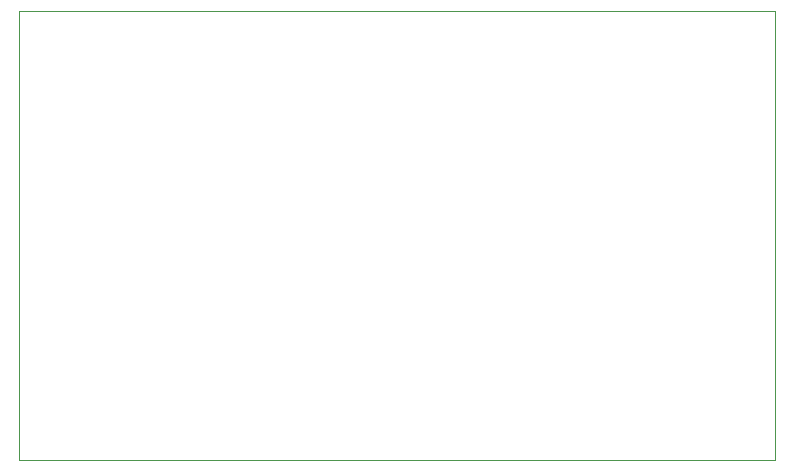
<source format=gbr>
%FSLAX34Y34*%
%MOMM*%
%LNOUTLINE*%
G71*
G01*
%ADD10C,0.002*%
%LPD*%
G54D10*
X-254000Y263200D02*
X386000Y263200D01*
X386000Y-116800D01*
X-254000Y-116800D01*
X-254000Y263200D01*
M02*

</source>
